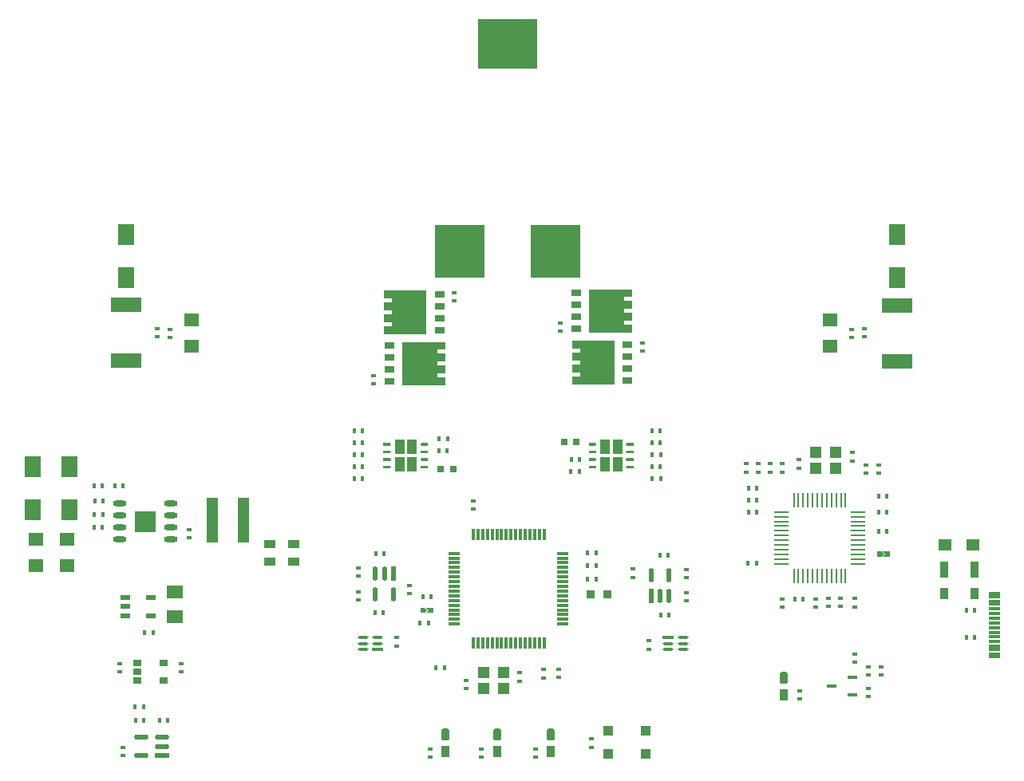
<source format=gtp>
G04*
G04 #@! TF.GenerationSoftware,Altium Limited,Altium Designer,24.7.2 (38)*
G04*
G04 Layer_Color=8421504*
%FSLAX44Y44*%
%MOMM*%
G71*
G04*
G04 #@! TF.SameCoordinates,1A42ED2C-D2DC-4C4E-9266-FAA71F5D9F86*
G04*
G04*
G04 #@! TF.FilePolarity,Positive*
G04*
G01*
G75*
%ADD21R,1.0000X1.5000*%
%ADD22O,0.2500X1.5500*%
%ADD23O,1.5500X0.2500*%
%ADD24R,0.5000X0.4000*%
%ADD25R,1.3000X1.2000*%
%ADD26R,0.4000X0.5000*%
%ADD27R,1.3500X1.2000*%
%ADD28R,0.8500X1.8000*%
%ADD29R,1.1500X0.3000*%
%ADD30R,1.1481X0.2997*%
%ADD31R,0.9140X1.2190*%
%ADD32R,1.0000X0.4500*%
%ADD33R,0.8890X1.2700*%
G04:AMPARAMS|DCode=34|XSize=1.27mm|YSize=0.889mm|CornerRadius=0mm|HoleSize=0mm|Usage=FLASHONLY|Rotation=90.000|XOffset=0mm|YOffset=0mm|HoleType=Round|Shape=Octagon|*
%AMOCTAGOND34*
4,1,8,0.2223,0.6350,-0.2223,0.6350,-0.4445,0.4128,-0.4445,-0.4128,-0.2223,-0.6350,0.2223,-0.6350,0.4445,-0.4128,0.4445,0.4128,0.2223,0.6350,0.0*
%
%ADD34OCTAGOND34*%

%ADD35R,1.1000X1.0000*%
%ADD36R,0.5721X1.5052*%
G04:AMPARAMS|DCode=37|XSize=1.5052mm|YSize=0.5721mm|CornerRadius=0.2861mm|HoleSize=0mm|Usage=FLASHONLY|Rotation=270.000|XOffset=0mm|YOffset=0mm|HoleType=Round|Shape=RoundedRectangle|*
%AMROUNDEDRECTD37*
21,1,1.5052,0.0000,0,0,270.0*
21,1,0.9331,0.5721,0,0,270.0*
1,1,0.5721,0.0000,-0.4666*
1,1,0.5721,0.0000,0.4666*
1,1,0.5721,0.0000,0.4666*
1,1,0.5721,0.0000,-0.4666*
%
%ADD37ROUNDEDRECTD37*%
%ADD38R,1.1640X0.3358*%
G04:AMPARAMS|DCode=39|XSize=1.164mm|YSize=0.3358mm|CornerRadius=0.1679mm|HoleSize=0mm|Usage=FLASHONLY|Rotation=180.000|XOffset=0mm|YOffset=0mm|HoleType=Round|Shape=RoundedRectangle|*
%AMROUNDEDRECTD39*
21,1,1.1640,0.0000,0,0,180.0*
21,1,0.8281,0.3358,0,0,180.0*
1,1,0.3358,-0.4141,0.0000*
1,1,0.3358,0.4141,0.0000*
1,1,0.3358,0.4141,0.0000*
1,1,0.3358,-0.4141,0.0000*
%
%ADD39ROUNDEDRECTD39*%
%ADD40R,0.8890X0.8890*%
%ADD41R,0.7620X0.7620*%
%ADD42R,1.2000X0.3000*%
%ADD43R,0.3000X1.2000*%
G04:AMPARAMS|DCode=44|XSize=1.5052mm|YSize=0.5721mm|CornerRadius=0.2861mm|HoleSize=0mm|Usage=FLASHONLY|Rotation=180.000|XOffset=0mm|YOffset=0mm|HoleType=Round|Shape=RoundedRectangle|*
%AMROUNDEDRECTD44*
21,1,1.5052,0.0000,0,0,180.0*
21,1,0.9331,0.5721,0,0,180.0*
1,1,0.5721,-0.4666,0.0000*
1,1,0.5721,0.4666,0.0000*
1,1,0.5721,0.4666,0.0000*
1,1,0.5721,-0.4666,0.0000*
%
%ADD44ROUNDEDRECTD44*%
%ADD45R,1.5052X0.5721*%
%ADD46R,0.9500X0.6500*%
%ADD47R,1.8000X1.4000*%
%ADD48R,1.2700X0.8890*%
%ADD49R,1.1800X4.7000*%
%ADD50R,1.0500X0.6000*%
%ADD51R,2.3000X2.3000*%
%ADD52O,1.4500X0.6000*%
%ADD53R,1.5748X1.3970*%
%ADD54R,1.7500X2.2000*%
%ADD55R,3.2000X1.6500*%
%ADD56R,6.3500X5.2800*%
%ADD57R,5.3300X5.5900*%
%ADD58R,1.0000X0.8000*%
G36*
X766660Y571670D02*
X758160D01*
Y566970D01*
X766660D01*
Y558970D01*
X758160D01*
Y554270D01*
X766660D01*
Y546270D01*
X758160D01*
Y541570D01*
X766660D01*
Y533570D01*
X721660D01*
Y579570D01*
X766660D01*
Y571670D01*
D02*
G37*
G36*
X548880Y532200D02*
X503880D01*
Y540100D01*
X512380D01*
Y544800D01*
X503880D01*
Y552800D01*
X512380D01*
Y557500D01*
X503880D01*
Y565500D01*
X512380D01*
Y570200D01*
X503880D01*
Y578200D01*
X548880D01*
Y532200D01*
D02*
G37*
G36*
X748270Y478860D02*
X703270D01*
Y486760D01*
X711770D01*
Y491460D01*
X703270D01*
Y499460D01*
X711770D01*
Y504160D01*
X703270D01*
Y512160D01*
X711770D01*
Y516860D01*
X703270D01*
Y524860D01*
X748270D01*
Y478860D01*
D02*
G37*
G36*
X568540Y515790D02*
X560040D01*
Y511090D01*
X568540D01*
Y503090D01*
X560040D01*
Y498390D01*
X568540D01*
Y490390D01*
X560040D01*
Y485690D01*
X568540D01*
Y477690D01*
X523540D01*
Y523690D01*
X568540D01*
Y515790D01*
D02*
G37*
G36*
X768620Y413540D02*
X761822D01*
X761270Y413768D01*
X760848Y414190D01*
X760620Y414742D01*
Y415040D01*
Y415338D01*
X760848Y415890D01*
X761270Y416312D01*
X761822Y416540D01*
X768620D01*
Y413540D01*
D02*
G37*
G36*
X728470Y416312D02*
X728892Y415890D01*
X729120Y415338D01*
Y415040D01*
Y414742D01*
X728892Y414190D01*
X728470Y413768D01*
X727918Y413540D01*
X721120D01*
Y416540D01*
X727918D01*
X728470Y416312D01*
D02*
G37*
G36*
X550500Y413540D02*
X543702D01*
X543150Y413768D01*
X542728Y414190D01*
X542500Y414742D01*
Y415040D01*
Y415338D01*
X542728Y415890D01*
X543150Y416312D01*
X543702Y416540D01*
X550500D01*
Y413540D01*
D02*
G37*
G36*
X510350Y416312D02*
X510772Y415890D01*
X511000Y415338D01*
Y415040D01*
Y414742D01*
X510772Y414190D01*
X510350Y413768D01*
X509798Y413540D01*
X503000D01*
Y416540D01*
X509798D01*
X510350Y416312D01*
D02*
G37*
G36*
X768620Y405540D02*
X761822D01*
X761270Y405768D01*
X760848Y406190D01*
X760620Y406742D01*
Y407040D01*
Y407338D01*
X760848Y407890D01*
X761270Y408312D01*
X761822Y408540D01*
X768620D01*
Y405540D01*
D02*
G37*
G36*
X728470Y408312D02*
X728892Y407890D01*
X729120Y407338D01*
Y407040D01*
Y406742D01*
X728892Y406190D01*
X728470Y405768D01*
X727918Y405540D01*
X721120D01*
Y408540D01*
X727918D01*
X728470Y408312D01*
D02*
G37*
G36*
X550500Y405540D02*
X543702D01*
X543150Y405768D01*
X542728Y406190D01*
X542500Y406742D01*
Y407040D01*
Y407338D01*
X542728Y407890D01*
X543150Y408312D01*
X543702Y408540D01*
X550500D01*
Y405540D01*
D02*
G37*
G36*
X510350Y408312D02*
X510772Y407890D01*
X511000Y407338D01*
Y407040D01*
Y406742D01*
X510772Y406190D01*
X510350Y405768D01*
X509798Y405540D01*
X503000D01*
Y408540D01*
X509798D01*
X510350Y408312D01*
D02*
G37*
G36*
X768620Y397540D02*
X761822D01*
X761270Y397768D01*
X760848Y398190D01*
X760620Y398742D01*
Y399040D01*
Y399338D01*
X760848Y399890D01*
X761270Y400312D01*
X761822Y400540D01*
X768620D01*
Y397540D01*
D02*
G37*
G36*
X728470Y400312D02*
X728892Y399890D01*
X729120Y399338D01*
Y399040D01*
Y398742D01*
X728892Y398190D01*
X728470Y397768D01*
X727918Y397540D01*
X721120D01*
Y400540D01*
X727918D01*
X728470Y400312D01*
D02*
G37*
G36*
X550500Y397540D02*
X543702D01*
X543150Y397768D01*
X542728Y398190D01*
X542500Y398742D01*
Y399040D01*
Y399338D01*
X542728Y399890D01*
X543150Y400312D01*
X543702Y400540D01*
X550500D01*
Y397540D01*
D02*
G37*
G36*
X510350Y400312D02*
X510772Y399890D01*
X511000Y399338D01*
Y399040D01*
Y398742D01*
X510772Y398190D01*
X510350Y397768D01*
X509798Y397540D01*
X503000D01*
Y400540D01*
X509798D01*
X510350Y400312D01*
D02*
G37*
G36*
X768620Y389540D02*
X761822D01*
X761270Y389768D01*
X760848Y390190D01*
X760620Y390742D01*
Y391040D01*
Y391338D01*
X760848Y391890D01*
X761270Y392312D01*
X761822Y392540D01*
X768620D01*
Y389540D01*
D02*
G37*
G36*
X728470Y392312D02*
X728892Y391890D01*
X729120Y391338D01*
Y391040D01*
Y390742D01*
X728892Y390190D01*
X728470Y389768D01*
X727918Y389540D01*
X721120D01*
Y392540D01*
X727918D01*
X728470Y392312D01*
D02*
G37*
G36*
X550500Y389540D02*
X543702D01*
X543150Y389768D01*
X542728Y390190D01*
X542500Y390742D01*
Y391040D01*
Y391338D01*
X542728Y391890D01*
X543150Y392312D01*
X543702Y392540D01*
X550500D01*
Y389540D01*
D02*
G37*
G36*
X510350Y392312D02*
X510772Y391890D01*
X511000Y391338D01*
Y391040D01*
Y390742D01*
X510772Y390190D01*
X510350Y389768D01*
X509798Y389540D01*
X503000D01*
Y392540D01*
X509798D01*
X510350Y392312D01*
D02*
G37*
G36*
X1040260Y295960D02*
X1032610D01*
X1035460Y298810D01*
X1032810Y301460D01*
X1040260D01*
Y295960D01*
D02*
G37*
G36*
X1034210Y298710D02*
X1031460Y295960D01*
X1026660D01*
Y301460D01*
X1031460D01*
X1034210Y298710D01*
D02*
G37*
G36*
X555850Y236270D02*
X548200D01*
X551050Y239120D01*
X548400Y241770D01*
X555850D01*
Y236270D01*
D02*
G37*
G36*
X549800Y239020D02*
X547050Y236270D01*
X542250D01*
Y241770D01*
X547050D01*
X549800Y239020D01*
D02*
G37*
D21*
X751370Y394040D02*
D03*
X738370D02*
D03*
X751370Y412040D02*
D03*
X738370D02*
D03*
X520250D02*
D03*
X533250D02*
D03*
X520250Y394040D02*
D03*
X533250D02*
D03*
D22*
X993484Y355984D02*
D03*
X988484D02*
D03*
X983484D02*
D03*
X978484D02*
D03*
X973484D02*
D03*
X968484D02*
D03*
X963484D02*
D03*
X958484D02*
D03*
X953484D02*
D03*
X948484D02*
D03*
X943484D02*
D03*
X938484D02*
D03*
Y275484D02*
D03*
X943484D02*
D03*
X948484D02*
D03*
X953484D02*
D03*
X958484D02*
D03*
X963484D02*
D03*
X968484D02*
D03*
X973484D02*
D03*
X978484D02*
D03*
X983484D02*
D03*
X988484D02*
D03*
X993484D02*
D03*
D23*
X925734Y343234D02*
D03*
Y338234D02*
D03*
Y333234D02*
D03*
Y328234D02*
D03*
Y323234D02*
D03*
Y318234D02*
D03*
Y313234D02*
D03*
Y308234D02*
D03*
Y303234D02*
D03*
Y298234D02*
D03*
Y293234D02*
D03*
Y288234D02*
D03*
X1006234D02*
D03*
Y293234D02*
D03*
Y298234D02*
D03*
Y303234D02*
D03*
Y308234D02*
D03*
Y313234D02*
D03*
Y318234D02*
D03*
Y323234D02*
D03*
Y328234D02*
D03*
Y333234D02*
D03*
Y338234D02*
D03*
Y343234D02*
D03*
D24*
X1028971Y384879D02*
D03*
Y393379D02*
D03*
X1015001Y384879D02*
D03*
Y393379D02*
D03*
X1000999Y397501D02*
D03*
X1001000Y406500D02*
D03*
X944000Y389500D02*
D03*
X944001Y398499D02*
D03*
X925999Y385771D02*
D03*
X926000Y394770D02*
D03*
X913299Y385771D02*
D03*
Y394271D02*
D03*
X900599Y385771D02*
D03*
X900600Y394770D02*
D03*
X887899Y385771D02*
D03*
Y394271D02*
D03*
X926101Y242639D02*
D03*
Y251139D02*
D03*
X961661Y242639D02*
D03*
Y251139D02*
D03*
X988001Y242999D02*
D03*
Y251499D02*
D03*
X975301Y242999D02*
D03*
Y251499D02*
D03*
X1003001D02*
D03*
X1003000Y242500D02*
D03*
X1003571Y183559D02*
D03*
Y192059D02*
D03*
X1031509Y178861D02*
D03*
Y170361D02*
D03*
X1017539Y178861D02*
D03*
Y170361D02*
D03*
X1017540Y155810D02*
D03*
Y147310D02*
D03*
X945150Y153540D02*
D03*
Y145040D02*
D03*
X689000Y167500D02*
D03*
X689001Y176499D02*
D03*
X673370Y167210D02*
D03*
X673371Y176209D02*
D03*
X648000Y163500D02*
D03*
X648001Y172499D02*
D03*
X591000Y164500D02*
D03*
X590999Y155501D02*
D03*
X724169Y93551D02*
D03*
X724170Y102550D02*
D03*
X664479Y91891D02*
D03*
Y83391D02*
D03*
X607329Y91891D02*
D03*
Y83391D02*
D03*
X552719Y91891D02*
D03*
Y83391D02*
D03*
X476519Y283661D02*
D03*
Y275161D02*
D03*
X476521Y250259D02*
D03*
Y258759D02*
D03*
X531000Y265500D02*
D03*
X530999Y256501D02*
D03*
X517160Y200920D02*
D03*
X517161Y209919D02*
D03*
X785130Y206690D02*
D03*
X785129Y197691D02*
D03*
X824499Y282391D02*
D03*
Y273891D02*
D03*
X825001Y248999D02*
D03*
Y257499D02*
D03*
X768000Y273500D02*
D03*
X768001Y282499D02*
D03*
X598440Y355280D02*
D03*
X598439Y346281D02*
D03*
X226999Y84501D02*
D03*
X227000Y93500D02*
D03*
X223790Y173560D02*
D03*
X223791Y182559D02*
D03*
X288560Y173560D02*
D03*
X288561Y182559D02*
D03*
X297450Y315800D02*
D03*
X297451Y324799D02*
D03*
X1013731Y528909D02*
D03*
Y537409D02*
D03*
X999761Y528161D02*
D03*
X999762Y537160D02*
D03*
X778001Y513999D02*
D03*
Y522499D02*
D03*
X691149Y544011D02*
D03*
Y535511D02*
D03*
X493029Y488131D02*
D03*
Y479631D02*
D03*
X578121Y567759D02*
D03*
Y576259D02*
D03*
X277130Y528161D02*
D03*
X277131Y537160D02*
D03*
X263161Y528909D02*
D03*
Y537409D02*
D03*
D25*
X982500Y389500D02*
D03*
X961500D02*
D03*
Y406500D02*
D03*
X982500D02*
D03*
X630530Y172590D02*
D03*
X609530D02*
D03*
Y155590D02*
D03*
X630530D02*
D03*
D26*
X898849Y368559D02*
D03*
X890349D02*
D03*
Y355859D02*
D03*
X898849D02*
D03*
X890349Y343159D02*
D03*
X898849D02*
D03*
X1028281Y359671D02*
D03*
X1037280Y359670D02*
D03*
X1028281Y343161D02*
D03*
X1037280Y343160D02*
D03*
X1036781Y322841D02*
D03*
X1028281D02*
D03*
X898849Y288549D02*
D03*
X889850Y288550D02*
D03*
X1121501Y239001D02*
D03*
X1130001D02*
D03*
X1121999Y209999D02*
D03*
X1130499D02*
D03*
X947881Y250451D02*
D03*
X939381D02*
D03*
X567769Y177999D02*
D03*
X558770Y178000D02*
D03*
X503001Y236001D02*
D03*
X494501D02*
D03*
X494999Y298999D02*
D03*
X503499D02*
D03*
X553641Y252991D02*
D03*
X545141D02*
D03*
X541870Y225050D02*
D03*
X550869Y225049D02*
D03*
X728670Y272040D02*
D03*
X719671Y272041D02*
D03*
X728670Y286010D02*
D03*
X719671Y286011D02*
D03*
X728670Y299980D02*
D03*
X719671Y299981D02*
D03*
X806001Y234001D02*
D03*
X797501D02*
D03*
X796999Y296999D02*
D03*
X805499D02*
D03*
X797379Y378549D02*
D03*
X788380Y378550D02*
D03*
X788381Y391251D02*
D03*
X796881D02*
D03*
X797379Y403949D02*
D03*
X788380Y403950D02*
D03*
X788381Y416651D02*
D03*
X796881D02*
D03*
X788381Y429351D02*
D03*
X796881D02*
D03*
X702021Y386171D02*
D03*
X711020Y386170D02*
D03*
X711019Y398869D02*
D03*
X702519D02*
D03*
X562190Y420630D02*
D03*
X571189Y420629D02*
D03*
X571001Y408001D02*
D03*
X562501D02*
D03*
X472519Y429519D02*
D03*
X481019D02*
D03*
X481020Y416820D02*
D03*
X472021Y416821D02*
D03*
X472519Y404119D02*
D03*
X481019D02*
D03*
X481020Y391420D02*
D03*
X472021Y391421D02*
D03*
X472519Y378719D02*
D03*
X481019D02*
D03*
X274009Y122179D02*
D03*
X265509D02*
D03*
X248609Y136149D02*
D03*
X239610Y136150D02*
D03*
X248609Y122179D02*
D03*
X240109D02*
D03*
X258770Y214890D02*
D03*
X249771Y214891D02*
D03*
X227250Y370730D02*
D03*
X218750D02*
D03*
X196720D02*
D03*
X205220D02*
D03*
X197120Y354590D02*
D03*
X205620D02*
D03*
X196430Y340620D02*
D03*
X205429Y340619D02*
D03*
X196680Y326650D02*
D03*
X205180D02*
D03*
D27*
X1099310Y308600D02*
D03*
X1128810D02*
D03*
D28*
X1097810Y281930D02*
D03*
X1130310D02*
D03*
D29*
X1151605Y189539D02*
D03*
Y192539D02*
D03*
X1151631Y197540D02*
D03*
Y200540D02*
D03*
X1151586Y210540D02*
D03*
X1151609Y215538D02*
D03*
X1151590Y220540D02*
D03*
X1151605Y225539D02*
D03*
X1151590Y230540D02*
D03*
Y240539D02*
D03*
X1151590Y245539D02*
D03*
Y248541D02*
D03*
X1151590Y253540D02*
D03*
Y256539D02*
D03*
D30*
X1151591Y205540D02*
D03*
X1151590Y235539D02*
D03*
D31*
X1097677Y256530D02*
D03*
X1130443D02*
D03*
D32*
X1001030Y148850D02*
D03*
Y167850D02*
D03*
X978350Y158350D02*
D03*
D33*
X927625Y149539D02*
D03*
X680925Y89161D02*
D03*
X623840Y89160D02*
D03*
X568468D02*
D03*
D34*
X927625Y167319D02*
D03*
X680925Y106941D02*
D03*
X623840Y106940D02*
D03*
X568468D02*
D03*
D35*
X781320Y86620D02*
D03*
X741320D02*
D03*
X781320Y110620D02*
D03*
X741320D02*
D03*
D36*
X513740Y278124D02*
D03*
X787280Y254526D02*
D03*
D37*
X504240Y278124D02*
D03*
X494740D02*
D03*
Y256114D02*
D03*
X513740D02*
D03*
X796780Y254526D02*
D03*
X806280D02*
D03*
Y276536D02*
D03*
X787280D02*
D03*
D38*
X496740Y197180D02*
D03*
X805450Y210180D02*
D03*
D39*
X496740Y203680D02*
D03*
Y210180D02*
D03*
X481338D02*
D03*
Y203680D02*
D03*
Y197180D02*
D03*
X805450Y203680D02*
D03*
Y197180D02*
D03*
X820852D02*
D03*
Y203680D02*
D03*
Y210180D02*
D03*
D40*
X722900Y255530D02*
D03*
X740680D02*
D03*
D41*
X694939Y417919D02*
D03*
X707939D02*
D03*
X564001Y388881D02*
D03*
X577001D02*
D03*
D42*
X578500Y224260D02*
D03*
Y229260D02*
D03*
Y234260D02*
D03*
Y239260D02*
D03*
Y244260D02*
D03*
Y249260D02*
D03*
Y254260D02*
D03*
Y259260D02*
D03*
Y264260D02*
D03*
Y269260D02*
D03*
Y274260D02*
D03*
Y279260D02*
D03*
Y284260D02*
D03*
Y289260D02*
D03*
Y294260D02*
D03*
Y299260D02*
D03*
X693500D02*
D03*
Y294260D02*
D03*
Y289260D02*
D03*
Y284260D02*
D03*
Y279260D02*
D03*
Y274260D02*
D03*
Y269260D02*
D03*
Y264260D02*
D03*
Y259260D02*
D03*
Y254260D02*
D03*
Y249260D02*
D03*
Y244260D02*
D03*
Y239260D02*
D03*
Y234260D02*
D03*
Y229260D02*
D03*
Y224260D02*
D03*
D43*
X598500Y319260D02*
D03*
X603500D02*
D03*
X608500D02*
D03*
X613500D02*
D03*
X618500D02*
D03*
X623500D02*
D03*
X628500D02*
D03*
X633500D02*
D03*
X638500D02*
D03*
X643500D02*
D03*
X648500D02*
D03*
X653500D02*
D03*
X658500D02*
D03*
X663500D02*
D03*
X668500D02*
D03*
X673500D02*
D03*
Y204260D02*
D03*
X668500D02*
D03*
X663500D02*
D03*
X658500D02*
D03*
X653500D02*
D03*
X648500D02*
D03*
X643500D02*
D03*
X638500D02*
D03*
X633500D02*
D03*
X628500D02*
D03*
X623500D02*
D03*
X618500D02*
D03*
X613500D02*
D03*
X608500D02*
D03*
X603500D02*
D03*
X598500D02*
D03*
D44*
X245964Y84960D02*
D03*
Y103960D02*
D03*
X267974D02*
D03*
Y94460D02*
D03*
D45*
Y84960D02*
D03*
D46*
X269756Y183320D02*
D03*
Y164320D02*
D03*
X242256D02*
D03*
Y173820D02*
D03*
Y183320D02*
D03*
D47*
X282210Y232370D02*
D03*
Y258370D02*
D03*
D48*
X382541Y309479D02*
D03*
Y290479D02*
D03*
X407941Y309479D02*
D03*
Y290479D02*
D03*
D49*
X354640Y334270D02*
D03*
X321540D02*
D03*
D50*
X229590Y252330D02*
D03*
Y242830D02*
D03*
Y233330D02*
D03*
X256090D02*
D03*
Y252330D02*
D03*
D51*
X250460Y333000D02*
D03*
D52*
X223210Y352050D02*
D03*
Y339350D02*
D03*
Y326650D02*
D03*
Y313950D02*
D03*
X277710Y352050D02*
D03*
Y339350D02*
D03*
Y326650D02*
D03*
Y313950D02*
D03*
D53*
X167910Y285980D02*
D03*
Y314480D02*
D03*
X134890Y285980D02*
D03*
Y314480D02*
D03*
X976900Y547411D02*
D03*
Y518910D02*
D03*
X299990Y547411D02*
D03*
Y518910D02*
D03*
D54*
X170450Y391560D02*
D03*
Y345560D02*
D03*
X131080Y391560D02*
D03*
Y345560D02*
D03*
X1048020Y637940D02*
D03*
Y591940D02*
D03*
X230140Y592033D02*
D03*
Y638032D02*
D03*
D55*
X1048020Y503159D02*
D03*
Y562659D02*
D03*
X230140Y563159D02*
D03*
Y503659D02*
D03*
D56*
X635300Y840374D02*
D03*
D57*
X686050Y619624D02*
D03*
X584550D02*
D03*
D58*
X762270Y520960D02*
D03*
Y508260D02*
D03*
Y495560D02*
D03*
Y482860D02*
D03*
X707660Y537470D02*
D03*
Y550170D02*
D03*
Y562870D02*
D03*
Y575570D02*
D03*
X509540Y481590D02*
D03*
Y494290D02*
D03*
Y506990D02*
D03*
Y519690D02*
D03*
X562880Y574300D02*
D03*
Y561600D02*
D03*
Y548900D02*
D03*
Y536200D02*
D03*
M02*

</source>
